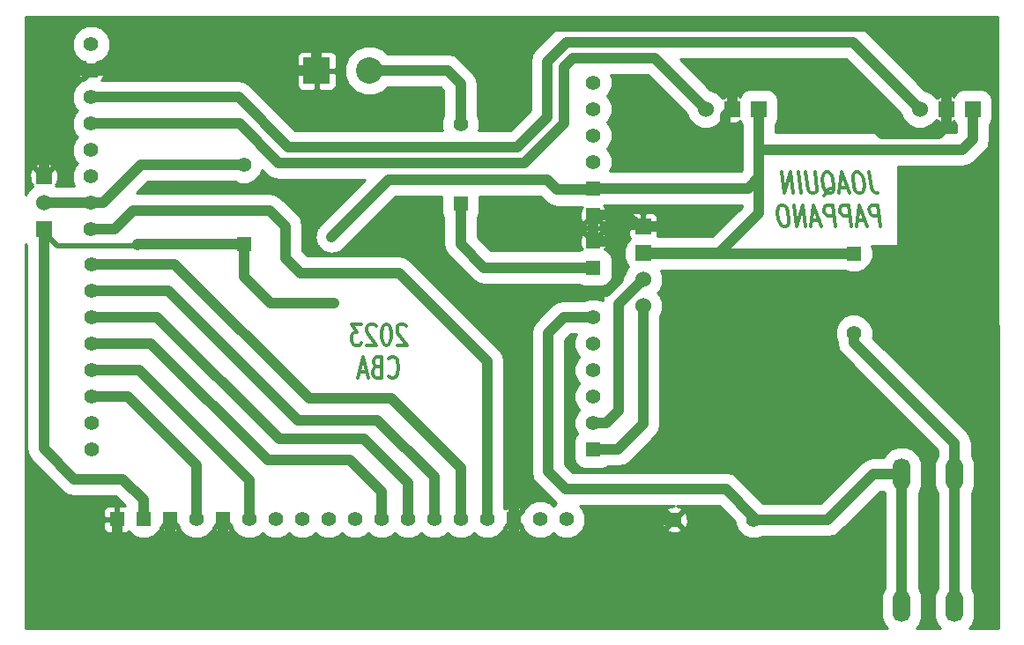
<source format=gbl>
G04 (created by PCBNEW-RS274X (2011-07-08 BZR 3044)-stable) date 01/03/2023 0:46:50*
G01*
G70*
G90*
%MOIN*%
G04 Gerber Fmt 3.4, Leading zero omitted, Abs format*
%FSLAX34Y34*%
G04 APERTURE LIST*
%ADD10C,0.006000*%
%ADD11C,0.012000*%
%ADD12R,0.055000X0.055000*%
%ADD13C,0.055000*%
%ADD14R,0.060000X0.060000*%
%ADD15C,0.060000*%
%ADD16R,0.100000X0.100000*%
%ADD17C,0.100000*%
%ADD18O,0.068000X0.120000*%
%ADD19C,0.035000*%
%ADD20C,0.019700*%
%ADD21C,0.039400*%
%ADD22C,0.010000*%
G04 APERTURE END LIST*
G54D10*
G54D11*
X84310Y-24076D02*
X84281Y-24038D01*
X84224Y-24000D01*
X84081Y-24000D01*
X84024Y-24038D01*
X83995Y-24076D01*
X83967Y-24152D01*
X83967Y-24228D01*
X83995Y-24343D01*
X84338Y-24800D01*
X83967Y-24800D01*
X83596Y-24000D02*
X83539Y-24000D01*
X83482Y-24038D01*
X83453Y-24076D01*
X83424Y-24152D01*
X83396Y-24305D01*
X83396Y-24495D01*
X83424Y-24647D01*
X83453Y-24724D01*
X83482Y-24762D01*
X83539Y-24800D01*
X83596Y-24800D01*
X83653Y-24762D01*
X83682Y-24724D01*
X83710Y-24647D01*
X83739Y-24495D01*
X83739Y-24305D01*
X83710Y-24152D01*
X83682Y-24076D01*
X83653Y-24038D01*
X83596Y-24000D01*
X83168Y-24076D02*
X83139Y-24038D01*
X83082Y-24000D01*
X82939Y-24000D01*
X82882Y-24038D01*
X82853Y-24076D01*
X82825Y-24152D01*
X82825Y-24228D01*
X82853Y-24343D01*
X83196Y-24800D01*
X82825Y-24800D01*
X82625Y-24000D02*
X82254Y-24000D01*
X82454Y-24305D01*
X82368Y-24305D01*
X82311Y-24343D01*
X82282Y-24381D01*
X82254Y-24457D01*
X82254Y-24647D01*
X82282Y-24724D01*
X82311Y-24762D01*
X82368Y-24800D01*
X82540Y-24800D01*
X82597Y-24762D01*
X82625Y-24724D01*
X83653Y-25964D02*
X83682Y-26002D01*
X83768Y-26040D01*
X83825Y-26040D01*
X83910Y-26002D01*
X83968Y-25926D01*
X83996Y-25849D01*
X84025Y-25697D01*
X84025Y-25583D01*
X83996Y-25430D01*
X83968Y-25354D01*
X83910Y-25278D01*
X83825Y-25240D01*
X83768Y-25240D01*
X83682Y-25278D01*
X83653Y-25316D01*
X83196Y-25621D02*
X83110Y-25659D01*
X83082Y-25697D01*
X83053Y-25773D01*
X83053Y-25887D01*
X83082Y-25964D01*
X83110Y-26002D01*
X83168Y-26040D01*
X83396Y-26040D01*
X83396Y-25240D01*
X83196Y-25240D01*
X83139Y-25278D01*
X83110Y-25316D01*
X83082Y-25392D01*
X83082Y-25468D01*
X83110Y-25545D01*
X83139Y-25583D01*
X83196Y-25621D01*
X83396Y-25621D01*
X82825Y-25811D02*
X82539Y-25811D01*
X82882Y-26040D02*
X82682Y-25240D01*
X82482Y-26040D01*
X101828Y-18260D02*
X101900Y-18831D01*
X101942Y-18946D01*
X102009Y-19022D01*
X102099Y-19060D01*
X102156Y-19060D01*
X101428Y-18260D02*
X101314Y-18260D01*
X101261Y-18298D01*
X101214Y-18374D01*
X101205Y-18526D01*
X101238Y-18793D01*
X101285Y-18946D01*
X101352Y-19022D01*
X101414Y-19060D01*
X101528Y-19060D01*
X101581Y-19022D01*
X101628Y-18946D01*
X101638Y-18793D01*
X101605Y-18526D01*
X101557Y-18374D01*
X101490Y-18298D01*
X101428Y-18260D01*
X101014Y-18831D02*
X100728Y-18831D01*
X101099Y-19060D02*
X100799Y-18260D01*
X100699Y-19060D01*
X100109Y-19136D02*
X100161Y-19098D01*
X100209Y-19022D01*
X100280Y-18907D01*
X100333Y-18869D01*
X100390Y-18869D01*
X100385Y-19060D02*
X100438Y-19022D01*
X100485Y-18946D01*
X100495Y-18793D01*
X100462Y-18526D01*
X100414Y-18374D01*
X100347Y-18298D01*
X100285Y-18260D01*
X100171Y-18260D01*
X100118Y-18298D01*
X100071Y-18374D01*
X100062Y-18526D01*
X100095Y-18793D01*
X100142Y-18946D01*
X100209Y-19022D01*
X100271Y-19060D01*
X100385Y-19060D01*
X99770Y-18260D02*
X99851Y-18907D01*
X99833Y-18984D01*
X99809Y-19022D01*
X99756Y-19060D01*
X99642Y-19060D01*
X99580Y-19022D01*
X99547Y-18984D01*
X99508Y-18907D01*
X99427Y-18260D01*
X99241Y-19060D02*
X99141Y-18260D01*
X98955Y-19060D02*
X98855Y-18260D01*
X98612Y-19060D01*
X98512Y-18260D01*
X102255Y-20300D02*
X102155Y-19500D01*
X101927Y-19500D01*
X101874Y-19538D01*
X101851Y-19576D01*
X101831Y-19652D01*
X101846Y-19766D01*
X101884Y-19843D01*
X101917Y-19881D01*
X101980Y-19919D01*
X102208Y-19919D01*
X101656Y-20071D02*
X101370Y-20071D01*
X101741Y-20300D02*
X101441Y-19500D01*
X101341Y-20300D01*
X101141Y-20300D02*
X101041Y-19500D01*
X100813Y-19500D01*
X100760Y-19538D01*
X100737Y-19576D01*
X100717Y-19652D01*
X100732Y-19766D01*
X100770Y-19843D01*
X100803Y-19881D01*
X100866Y-19919D01*
X101094Y-19919D01*
X100541Y-20300D02*
X100441Y-19500D01*
X100213Y-19500D01*
X100160Y-19538D01*
X100137Y-19576D01*
X100117Y-19652D01*
X100132Y-19766D01*
X100170Y-19843D01*
X100203Y-19881D01*
X100266Y-19919D01*
X100494Y-19919D01*
X99942Y-20071D02*
X99656Y-20071D01*
X100027Y-20300D02*
X99727Y-19500D01*
X99627Y-20300D01*
X99427Y-20300D02*
X99327Y-19500D01*
X99084Y-20300D01*
X98984Y-19500D01*
X98584Y-19500D02*
X98470Y-19500D01*
X98417Y-19538D01*
X98370Y-19614D01*
X98361Y-19766D01*
X98394Y-20033D01*
X98441Y-20186D01*
X98508Y-20262D01*
X98570Y-20300D01*
X98684Y-20300D01*
X98737Y-20262D01*
X98784Y-20186D01*
X98794Y-20033D01*
X98761Y-19766D01*
X98713Y-19614D01*
X98646Y-19538D01*
X98584Y-19500D01*
G54D12*
X101254Y-21336D03*
G54D13*
X101254Y-24336D03*
X72402Y-28744D03*
X72402Y-27744D03*
X72402Y-26744D03*
X72402Y-25744D03*
X72402Y-24744D03*
X72402Y-23744D03*
X72402Y-22744D03*
X72402Y-21744D03*
G54D12*
X91380Y-28746D03*
G54D13*
X91380Y-27746D03*
X91380Y-26746D03*
X91380Y-25746D03*
X91380Y-24746D03*
X91380Y-23746D03*
G54D12*
X73376Y-31388D03*
X74376Y-31388D03*
G54D10*
G36*
X75101Y-31663D02*
X75101Y-31113D01*
X75651Y-31113D01*
X75651Y-31663D01*
X75101Y-31663D01*
X75101Y-31663D01*
G37*
G54D13*
X76376Y-31388D03*
G54D12*
X77376Y-31388D03*
G54D13*
X78376Y-31388D03*
X79376Y-31388D03*
X80376Y-31388D03*
X81376Y-31388D03*
X82376Y-31388D03*
X83376Y-31388D03*
X84376Y-31388D03*
X85376Y-31388D03*
X86376Y-31388D03*
X87376Y-31388D03*
G54D10*
G36*
X88101Y-31663D02*
X88101Y-31113D01*
X88651Y-31113D01*
X88651Y-31663D01*
X88101Y-31663D01*
X88101Y-31663D01*
G37*
G54D13*
X89376Y-31388D03*
X90376Y-31388D03*
X97452Y-31406D03*
G54D10*
G36*
X94727Y-31131D02*
X94727Y-31681D01*
X94177Y-31681D01*
X94177Y-31131D01*
X94727Y-31131D01*
X94727Y-31131D01*
G37*
G54D12*
X78168Y-20982D03*
G54D13*
X78168Y-17982D03*
G54D14*
X70604Y-20416D03*
G54D15*
X70604Y-19416D03*
G54D14*
X70604Y-18416D03*
G54D16*
X80922Y-14416D03*
G54D17*
X82922Y-14416D03*
G54D14*
X105744Y-15862D03*
X104744Y-15862D03*
G54D15*
X103744Y-15862D03*
G54D14*
X97648Y-15862D03*
X96648Y-15862D03*
G54D15*
X95648Y-15862D03*
G54D12*
X91386Y-21864D03*
G54D10*
G36*
X91661Y-21139D02*
X91111Y-21139D01*
X91111Y-20589D01*
X91661Y-20589D01*
X91661Y-21139D01*
X91661Y-21139D01*
G37*
G54D12*
X91386Y-19864D03*
X91386Y-18864D03*
G54D13*
X91386Y-17864D03*
X91386Y-16864D03*
X91386Y-15864D03*
X91386Y-14864D03*
X72392Y-20422D03*
X72392Y-19422D03*
X72392Y-18422D03*
X72392Y-17422D03*
X72392Y-16422D03*
X72392Y-15422D03*
G54D12*
X72392Y-14422D03*
G54D13*
X72392Y-13422D03*
G54D14*
X93278Y-20318D03*
X93278Y-21318D03*
G54D15*
X93278Y-22318D03*
X93278Y-23318D03*
G54D12*
X86368Y-19452D03*
G54D13*
X86368Y-16452D03*
G54D18*
X103062Y-29686D03*
X105062Y-29686D03*
X103062Y-34686D03*
X105062Y-34686D03*
G54D19*
X81498Y-20696D03*
X81568Y-23216D03*
X95462Y-17936D03*
X95478Y-19932D03*
G54D20*
X70604Y-20416D02*
X70604Y-20528D01*
X74084Y-21046D02*
X74148Y-20982D01*
X71122Y-21046D02*
X74084Y-21046D01*
X70604Y-20528D02*
X71122Y-21046D01*
G54D21*
X78168Y-20982D02*
X74148Y-20982D01*
X74148Y-20982D02*
X74134Y-20996D01*
X78168Y-20982D02*
X78168Y-22198D01*
X91324Y-18926D02*
X91386Y-18864D01*
X90032Y-18926D02*
X91324Y-18926D01*
X89640Y-18534D02*
X90032Y-18926D01*
X83660Y-18534D02*
X89640Y-18534D01*
X81498Y-20696D02*
X83660Y-18534D01*
X79186Y-23216D02*
X81568Y-23216D01*
X78168Y-22198D02*
X79186Y-23216D01*
X101254Y-21336D02*
X93296Y-21336D01*
X93296Y-21336D02*
X93278Y-21318D01*
X93278Y-21318D02*
X96160Y-21318D01*
X97652Y-19826D02*
X97652Y-18448D01*
X96160Y-21318D02*
X97652Y-19826D01*
X91386Y-18864D02*
X97236Y-18864D01*
X97236Y-18864D02*
X97652Y-18448D01*
X97652Y-18448D02*
X97652Y-17396D01*
X105744Y-15862D02*
X105744Y-17016D01*
X105744Y-17016D02*
X105364Y-17396D01*
X105364Y-17396D02*
X97652Y-17396D01*
X97652Y-17396D02*
X97648Y-17396D01*
X97648Y-15862D02*
X97648Y-17396D01*
X74376Y-31388D02*
X74376Y-30660D01*
X70604Y-28714D02*
X70604Y-20416D01*
X71766Y-29876D02*
X70604Y-28714D01*
X73592Y-29876D02*
X71766Y-29876D01*
X74376Y-30660D02*
X73592Y-29876D01*
X103062Y-34686D02*
X103062Y-29686D01*
X97452Y-31406D02*
X100264Y-31406D01*
X101984Y-29686D02*
X103062Y-29686D01*
X100264Y-31406D02*
X101984Y-29686D01*
X97452Y-31406D02*
X97452Y-31296D01*
X90282Y-23746D02*
X91380Y-23746D01*
X89688Y-24340D02*
X90282Y-23746D01*
X89688Y-29582D02*
X89688Y-24340D01*
X90356Y-30250D02*
X89688Y-29582D01*
X96406Y-30250D02*
X90356Y-30250D01*
X97452Y-31296D02*
X96406Y-30250D01*
X92358Y-27280D02*
X92358Y-23238D01*
X91892Y-27746D02*
X92358Y-27280D01*
X91380Y-27746D02*
X91892Y-27746D01*
X92358Y-23238D02*
X93278Y-22318D01*
X92322Y-28746D02*
X91380Y-28746D01*
X93278Y-27790D02*
X92322Y-28746D01*
X93278Y-23318D02*
X93278Y-27790D01*
X72392Y-16422D02*
X78004Y-16422D01*
X93718Y-13932D02*
X95648Y-15862D01*
X90632Y-13932D02*
X93718Y-13932D01*
X90272Y-14292D02*
X90632Y-13932D01*
X90272Y-16408D02*
X90272Y-14292D01*
X88784Y-17896D02*
X90272Y-16408D01*
X79478Y-17896D02*
X88784Y-17896D01*
X78004Y-16422D02*
X79478Y-17896D01*
X72392Y-15422D02*
X77972Y-15422D01*
X101221Y-13339D02*
X103744Y-15862D01*
X90369Y-13339D02*
X101221Y-13339D01*
X89642Y-14066D02*
X90369Y-13339D01*
X89642Y-16169D02*
X89642Y-14066D01*
X88508Y-17303D02*
X89642Y-16169D01*
X79853Y-17303D02*
X88508Y-17303D01*
X77972Y-15422D02*
X79853Y-17303D01*
X73776Y-26744D02*
X76376Y-29344D01*
X72402Y-26744D02*
X73776Y-26744D01*
X76376Y-29344D02*
X76376Y-31388D01*
X74200Y-25744D02*
X78376Y-29920D01*
X72402Y-25744D02*
X74200Y-25744D01*
X78376Y-29920D02*
X78376Y-31388D01*
X83376Y-30354D02*
X83376Y-31388D01*
X82172Y-29150D02*
X83376Y-30354D01*
X79070Y-29150D02*
X82172Y-29150D01*
X74664Y-24744D02*
X79070Y-29150D01*
X72402Y-24744D02*
X74664Y-24744D01*
X84376Y-30012D02*
X84376Y-31388D01*
X82722Y-28358D02*
X84376Y-30012D01*
X79510Y-28358D02*
X82722Y-28358D01*
X74896Y-23744D02*
X79510Y-28358D01*
X72402Y-23744D02*
X74896Y-23744D01*
X85376Y-29780D02*
X85376Y-31388D01*
X83228Y-27632D02*
X85376Y-29780D01*
X80214Y-27632D02*
X83228Y-27632D01*
X75326Y-22744D02*
X80214Y-27632D01*
X72402Y-22744D02*
X75326Y-22744D01*
X72402Y-21744D02*
X75562Y-21744D01*
X86376Y-29438D02*
X86376Y-31388D01*
X83756Y-26818D02*
X86376Y-29438D01*
X80636Y-26818D02*
X83756Y-26818D01*
X75562Y-21744D02*
X80636Y-26818D01*
X72392Y-20422D02*
X73268Y-20422D01*
X87376Y-25400D02*
X87376Y-31388D01*
X84042Y-22066D02*
X87376Y-25400D01*
X80302Y-22066D02*
X84042Y-22066D01*
X79758Y-21522D02*
X80302Y-22066D01*
X79758Y-20308D02*
X79758Y-21522D01*
X79146Y-19696D02*
X79758Y-20308D01*
X73994Y-19696D02*
X79146Y-19696D01*
X73268Y-20422D02*
X73994Y-19696D01*
X72386Y-19416D02*
X72392Y-19422D01*
X70604Y-19416D02*
X72386Y-19416D01*
X72392Y-19422D02*
X72842Y-19422D01*
X74282Y-17982D02*
X78168Y-17982D01*
X72842Y-19422D02*
X74282Y-17982D01*
X86368Y-20968D02*
X87264Y-21864D01*
X86368Y-19452D02*
X86368Y-20968D01*
X87264Y-21864D02*
X91386Y-21864D01*
X80922Y-14416D02*
X80922Y-13502D01*
X104744Y-14828D02*
X104744Y-15862D01*
X102662Y-12746D02*
X104744Y-14828D01*
X81678Y-12746D02*
X102662Y-12746D01*
X80922Y-13502D02*
X81678Y-12746D01*
X94452Y-31406D02*
X93886Y-31406D01*
X93000Y-32292D02*
X88026Y-32292D01*
X93886Y-31406D02*
X93000Y-32292D01*
X93278Y-20318D02*
X95092Y-20318D01*
X96392Y-16118D02*
X96648Y-15862D01*
X96392Y-17006D02*
X96392Y-16118D01*
X95462Y-17936D02*
X96392Y-17006D01*
X95092Y-20318D02*
X95478Y-19932D01*
X96648Y-15862D02*
X96648Y-14980D01*
X104744Y-16500D02*
X104744Y-15862D01*
X104441Y-16803D02*
X104744Y-16500D01*
X102323Y-16803D02*
X104441Y-16803D01*
X101882Y-16362D02*
X102323Y-16803D01*
X101882Y-16016D02*
X101882Y-16362D01*
X100458Y-14592D02*
X101882Y-16016D01*
X97036Y-14592D02*
X100458Y-14592D01*
X96648Y-14980D02*
X97036Y-14592D01*
X88376Y-31388D02*
X88376Y-24136D01*
X91982Y-20864D02*
X91386Y-20864D01*
X92344Y-21226D02*
X91982Y-20864D01*
X92344Y-22324D02*
X92344Y-21226D01*
X91892Y-22776D02*
X92344Y-22324D01*
X89736Y-22776D02*
X91892Y-22776D01*
X88376Y-24136D02*
X89736Y-22776D01*
X77376Y-31388D02*
X77376Y-32080D01*
X77376Y-32080D02*
X77588Y-32292D01*
X75376Y-31388D02*
X75376Y-32006D01*
X75376Y-32006D02*
X75662Y-32292D01*
X73376Y-31388D02*
X73376Y-32134D01*
X88376Y-31942D02*
X88376Y-31388D01*
X88026Y-32292D02*
X88376Y-31942D01*
X73534Y-32292D02*
X75662Y-32292D01*
X75662Y-32292D02*
X77588Y-32292D01*
X77588Y-32292D02*
X88026Y-32292D01*
X73376Y-32134D02*
X73534Y-32292D01*
X91386Y-19864D02*
X91386Y-20864D01*
X93278Y-20318D02*
X93116Y-20318D01*
X92662Y-19864D02*
X91386Y-19864D01*
X93116Y-20318D02*
X92662Y-19864D01*
X72392Y-14422D02*
X71362Y-14422D01*
X70604Y-15180D02*
X70604Y-18416D01*
X71362Y-14422D02*
X70604Y-15180D01*
X80922Y-14416D02*
X72398Y-14416D01*
X72398Y-14416D02*
X72392Y-14422D01*
X85868Y-14416D02*
X86368Y-14916D01*
X82922Y-14416D02*
X85868Y-14416D01*
X86368Y-14916D02*
X86368Y-16452D01*
X105062Y-28510D02*
X105062Y-29686D01*
X101254Y-24702D02*
X105062Y-28510D01*
X105062Y-34686D02*
X105062Y-29686D01*
X101254Y-24336D02*
X101254Y-24702D01*
G54D10*
G36*
X96719Y-15862D02*
X96648Y-15933D01*
X96577Y-15862D01*
X96648Y-15791D01*
X96719Y-15862D01*
X96719Y-15862D01*
G37*
G54D22*
X96719Y-15862D02*
X96648Y-15933D01*
X96577Y-15862D01*
X96648Y-15791D01*
X96719Y-15862D01*
G54D10*
G36*
X97011Y-18183D02*
X96971Y-18223D01*
X92015Y-18223D01*
X92105Y-18008D01*
X92105Y-17722D01*
X91996Y-17458D01*
X91902Y-17364D01*
X91995Y-17272D01*
X92105Y-17008D01*
X92105Y-16722D01*
X91996Y-16458D01*
X91902Y-16364D01*
X91995Y-16272D01*
X92105Y-16008D01*
X92105Y-15722D01*
X91996Y-15458D01*
X91902Y-15364D01*
X91995Y-15272D01*
X92105Y-15008D01*
X92105Y-14722D01*
X92043Y-14573D01*
X93452Y-14573D01*
X94915Y-16035D01*
X95017Y-16283D01*
X95226Y-16492D01*
X95499Y-16606D01*
X95795Y-16606D01*
X96069Y-16493D01*
X96278Y-16284D01*
X96278Y-16283D01*
X96323Y-16328D01*
X96355Y-16295D01*
X96367Y-16334D01*
X96569Y-16405D01*
X96782Y-16394D01*
X96929Y-16334D01*
X96933Y-16318D01*
X96972Y-16413D01*
X97007Y-16447D01*
X97007Y-17396D01*
X97011Y-17416D01*
X97011Y-18183D01*
X97011Y-18183D01*
G37*
G54D22*
X97011Y-18183D02*
X96971Y-18223D01*
X92015Y-18223D01*
X92105Y-18008D01*
X92105Y-17722D01*
X91996Y-17458D01*
X91902Y-17364D01*
X91995Y-17272D01*
X92105Y-17008D01*
X92105Y-16722D01*
X91996Y-16458D01*
X91902Y-16364D01*
X91995Y-16272D01*
X92105Y-16008D01*
X92105Y-15722D01*
X91996Y-15458D01*
X91902Y-15364D01*
X91995Y-15272D01*
X92105Y-15008D01*
X92105Y-14722D01*
X92043Y-14573D01*
X93452Y-14573D01*
X94915Y-16035D01*
X95017Y-16283D01*
X95226Y-16492D01*
X95499Y-16606D01*
X95795Y-16606D01*
X96069Y-16493D01*
X96278Y-16284D01*
X96278Y-16283D01*
X96323Y-16328D01*
X96355Y-16295D01*
X96367Y-16334D01*
X96569Y-16405D01*
X96782Y-16394D01*
X96929Y-16334D01*
X96933Y-16318D01*
X96972Y-16413D01*
X97007Y-16447D01*
X97007Y-17396D01*
X97011Y-17416D01*
X97011Y-18183D01*
G54D10*
G36*
X102519Y-35510D02*
X94971Y-35506D01*
X94971Y-31480D01*
X94960Y-31276D01*
X94904Y-31139D01*
X94813Y-31116D01*
X94523Y-31406D01*
X94813Y-31696D01*
X94904Y-31673D01*
X94971Y-31480D01*
X94971Y-35506D01*
X94742Y-35506D01*
X94742Y-31767D01*
X94452Y-31477D01*
X94381Y-31548D01*
X94381Y-31406D01*
X94091Y-31116D01*
X94000Y-31139D01*
X93933Y-31332D01*
X93944Y-31536D01*
X94000Y-31673D01*
X94091Y-31696D01*
X94381Y-31406D01*
X94381Y-31548D01*
X94162Y-31767D01*
X94185Y-31858D01*
X94378Y-31925D01*
X94582Y-31914D01*
X94719Y-31858D01*
X94742Y-31767D01*
X94742Y-35506D01*
X88666Y-35504D01*
X88666Y-31749D01*
X88376Y-31459D01*
X88086Y-31749D01*
X88109Y-31840D01*
X88302Y-31907D01*
X88506Y-31896D01*
X88643Y-31840D01*
X88666Y-31749D01*
X88666Y-35504D01*
X77666Y-35499D01*
X77666Y-31749D01*
X77376Y-31459D01*
X77086Y-31749D01*
X77109Y-31840D01*
X77302Y-31907D01*
X77506Y-31896D01*
X77643Y-31840D01*
X77666Y-31749D01*
X77666Y-35499D01*
X75666Y-35498D01*
X75666Y-31749D01*
X75376Y-31459D01*
X75086Y-31749D01*
X75109Y-31840D01*
X75302Y-31907D01*
X75506Y-31896D01*
X75643Y-31840D01*
X75666Y-31749D01*
X75666Y-35498D01*
X73326Y-35497D01*
X73326Y-31851D01*
X73326Y-31438D01*
X73326Y-31338D01*
X73326Y-30925D01*
X73264Y-30863D01*
X73052Y-30864D01*
X72960Y-30902D01*
X72890Y-30972D01*
X72852Y-31063D01*
X72852Y-31162D01*
X72851Y-31276D01*
X72913Y-31338D01*
X73326Y-31338D01*
X73326Y-31438D01*
X72913Y-31438D01*
X72851Y-31500D01*
X72852Y-31614D01*
X72852Y-31713D01*
X72890Y-31804D01*
X72960Y-31874D01*
X73052Y-31912D01*
X73264Y-31913D01*
X73326Y-31851D01*
X73326Y-35497D01*
X69922Y-35496D01*
X69928Y-20967D01*
X69963Y-21001D01*
X69963Y-28714D01*
X70012Y-28959D01*
X70151Y-29167D01*
X71313Y-30329D01*
X71520Y-30468D01*
X71521Y-30468D01*
X71561Y-30476D01*
X71766Y-30517D01*
X73326Y-30517D01*
X73673Y-30863D01*
X73488Y-30863D01*
X73426Y-30925D01*
X73426Y-31288D01*
X73426Y-31338D01*
X73426Y-31438D01*
X73426Y-31488D01*
X73426Y-31851D01*
X73488Y-31913D01*
X73700Y-31912D01*
X73792Y-31874D01*
X73818Y-31847D01*
X73968Y-31997D01*
X74232Y-32107D01*
X74518Y-32107D01*
X74782Y-31998D01*
X74985Y-31796D01*
X75047Y-31645D01*
X75269Y-31422D01*
X75270Y-31423D01*
X75305Y-31388D01*
X75376Y-31317D01*
X75447Y-31388D01*
X75482Y-31423D01*
X75704Y-31645D01*
X75766Y-31794D01*
X75968Y-31997D01*
X76232Y-32107D01*
X76518Y-32107D01*
X76782Y-31998D01*
X76985Y-31796D01*
X77047Y-31645D01*
X77269Y-31422D01*
X77270Y-31423D01*
X77305Y-31388D01*
X77376Y-31317D01*
X77447Y-31388D01*
X77482Y-31423D01*
X77704Y-31645D01*
X77766Y-31794D01*
X77968Y-31997D01*
X78232Y-32107D01*
X78518Y-32107D01*
X78782Y-31998D01*
X78875Y-31904D01*
X78968Y-31997D01*
X79232Y-32107D01*
X79518Y-32107D01*
X79782Y-31998D01*
X79875Y-31904D01*
X79968Y-31997D01*
X80232Y-32107D01*
X80518Y-32107D01*
X80782Y-31998D01*
X80875Y-31904D01*
X80968Y-31997D01*
X81232Y-32107D01*
X81518Y-32107D01*
X81782Y-31998D01*
X81875Y-31904D01*
X81968Y-31997D01*
X82232Y-32107D01*
X82518Y-32107D01*
X82782Y-31998D01*
X82875Y-31904D01*
X82968Y-31997D01*
X83232Y-32107D01*
X83518Y-32107D01*
X83782Y-31998D01*
X83875Y-31904D01*
X83968Y-31997D01*
X84232Y-32107D01*
X84518Y-32107D01*
X84782Y-31998D01*
X84875Y-31904D01*
X84968Y-31997D01*
X85232Y-32107D01*
X85518Y-32107D01*
X85782Y-31998D01*
X85875Y-31904D01*
X85968Y-31997D01*
X86232Y-32107D01*
X86518Y-32107D01*
X86782Y-31998D01*
X86875Y-31904D01*
X86968Y-31997D01*
X87232Y-32107D01*
X87518Y-32107D01*
X87782Y-31998D01*
X87985Y-31796D01*
X88047Y-31645D01*
X88269Y-31422D01*
X88270Y-31423D01*
X88305Y-31388D01*
X88376Y-31317D01*
X88411Y-31282D01*
X88666Y-31027D01*
X88643Y-30936D01*
X88450Y-30869D01*
X88246Y-30880D01*
X88109Y-30936D01*
X88100Y-30971D01*
X88069Y-30940D01*
X88017Y-30992D01*
X88017Y-25400D01*
X88016Y-25399D01*
X87968Y-25155D01*
X87967Y-25154D01*
X87921Y-25085D01*
X87829Y-24947D01*
X87829Y-24946D01*
X84495Y-21613D01*
X84287Y-21474D01*
X84042Y-21425D01*
X80567Y-21425D01*
X80399Y-21257D01*
X80399Y-20308D01*
X80350Y-20063D01*
X80349Y-20062D01*
X80303Y-19993D01*
X80211Y-19855D01*
X80211Y-19854D01*
X79599Y-19243D01*
X79391Y-19104D01*
X79146Y-19055D01*
X74115Y-19055D01*
X74547Y-18623D01*
X77836Y-18623D01*
X78024Y-18701D01*
X78310Y-18701D01*
X78574Y-18592D01*
X78777Y-18390D01*
X78861Y-18186D01*
X79024Y-18349D01*
X79025Y-18349D01*
X79163Y-18441D01*
X79232Y-18487D01*
X79233Y-18488D01*
X79478Y-18537D01*
X82750Y-18537D01*
X81045Y-20243D01*
X80984Y-20333D01*
X80973Y-20345D01*
X80966Y-20359D01*
X80906Y-20451D01*
X80884Y-20560D01*
X80879Y-20573D01*
X80879Y-20586D01*
X80857Y-20696D01*
X80879Y-20806D01*
X80879Y-20819D01*
X80884Y-20831D01*
X80906Y-20941D01*
X80966Y-21032D01*
X80973Y-21047D01*
X80984Y-21058D01*
X81045Y-21149D01*
X81135Y-21209D01*
X81147Y-21221D01*
X81161Y-21227D01*
X81253Y-21288D01*
X81362Y-21309D01*
X81375Y-21315D01*
X81388Y-21315D01*
X81498Y-21337D01*
X81608Y-21315D01*
X81621Y-21315D01*
X81633Y-21309D01*
X81743Y-21288D01*
X81834Y-21227D01*
X81849Y-21221D01*
X81860Y-21209D01*
X81951Y-21149D01*
X83925Y-19175D01*
X85650Y-19175D01*
X85650Y-19265D01*
X85650Y-19815D01*
X85717Y-19978D01*
X85727Y-19987D01*
X85727Y-20968D01*
X85776Y-21213D01*
X85915Y-21421D01*
X86811Y-22317D01*
X87019Y-22456D01*
X87264Y-22505D01*
X90850Y-22505D01*
X90860Y-22514D01*
X91023Y-22582D01*
X91199Y-22582D01*
X91749Y-22582D01*
X91912Y-22515D01*
X92036Y-22390D01*
X92104Y-22227D01*
X92104Y-22051D01*
X92104Y-21501D01*
X92037Y-21338D01*
X91912Y-21214D01*
X91826Y-21178D01*
X91834Y-21171D01*
X91802Y-21139D01*
X91838Y-21131D01*
X91905Y-20938D01*
X91894Y-20734D01*
X91838Y-20597D01*
X91747Y-20574D01*
X91676Y-20645D01*
X91676Y-20503D01*
X91653Y-20412D01*
X91526Y-20367D01*
X91653Y-20316D01*
X91676Y-20225D01*
X91386Y-19935D01*
X91315Y-20006D01*
X91096Y-20225D01*
X91119Y-20316D01*
X91245Y-20360D01*
X91119Y-20412D01*
X91096Y-20503D01*
X91386Y-20793D01*
X91676Y-20503D01*
X91676Y-20645D01*
X91492Y-20829D01*
X91457Y-20864D01*
X91386Y-20935D01*
X91315Y-20864D01*
X91280Y-20829D01*
X91025Y-20574D01*
X90934Y-20597D01*
X90867Y-20790D01*
X90878Y-20994D01*
X90934Y-21131D01*
X90969Y-21139D01*
X90938Y-21171D01*
X90944Y-21177D01*
X90860Y-21213D01*
X90850Y-21223D01*
X87529Y-21223D01*
X87009Y-20703D01*
X87009Y-19987D01*
X87018Y-19978D01*
X87086Y-19815D01*
X87086Y-19639D01*
X87086Y-19175D01*
X89374Y-19175D01*
X89578Y-19379D01*
X89579Y-19379D01*
X89786Y-19518D01*
X89787Y-19518D01*
X89827Y-19526D01*
X90032Y-19567D01*
X90948Y-19567D01*
X90969Y-19588D01*
X90934Y-19597D01*
X90867Y-19790D01*
X90878Y-19994D01*
X90934Y-20131D01*
X91025Y-20154D01*
X91280Y-19899D01*
X91315Y-19864D01*
X91386Y-19793D01*
X91457Y-19864D01*
X91492Y-19899D01*
X91747Y-20154D01*
X91838Y-20131D01*
X91905Y-19938D01*
X91894Y-19734D01*
X91838Y-19597D01*
X91802Y-19588D01*
X91834Y-19557D01*
X91782Y-19505D01*
X97011Y-19505D01*
X97011Y-19561D01*
X95895Y-20677D01*
X93822Y-20677D01*
X93827Y-20667D01*
X93828Y-20430D01*
X93828Y-20206D01*
X93827Y-19969D01*
X93789Y-19877D01*
X93719Y-19807D01*
X93628Y-19769D01*
X93529Y-19769D01*
X93390Y-19768D01*
X93328Y-19830D01*
X93328Y-20268D01*
X93766Y-20268D01*
X93828Y-20206D01*
X93828Y-20430D01*
X93766Y-20368D01*
X93378Y-20368D01*
X93328Y-20368D01*
X93228Y-20368D01*
X93228Y-20268D01*
X93228Y-19830D01*
X93166Y-19768D01*
X93027Y-19769D01*
X92928Y-19769D01*
X92837Y-19807D01*
X92767Y-19877D01*
X92729Y-19969D01*
X92728Y-20206D01*
X92790Y-20268D01*
X93228Y-20268D01*
X93228Y-20368D01*
X93178Y-20368D01*
X92790Y-20368D01*
X92728Y-20430D01*
X92729Y-20667D01*
X92767Y-20759D01*
X92776Y-20768D01*
X92648Y-20896D01*
X92534Y-21169D01*
X92534Y-21465D01*
X92647Y-21739D01*
X92726Y-21818D01*
X92648Y-21896D01*
X92543Y-22146D01*
X91905Y-22785D01*
X91766Y-22993D01*
X91741Y-23117D01*
X91524Y-23027D01*
X91238Y-23027D01*
X91049Y-23105D01*
X90282Y-23105D01*
X90037Y-23154D01*
X89829Y-23293D01*
X89235Y-23887D01*
X89096Y-24095D01*
X89047Y-24340D01*
X89047Y-29582D01*
X89096Y-29827D01*
X89235Y-30035D01*
X89902Y-30703D01*
X89903Y-30703D01*
X89997Y-30766D01*
X89970Y-30778D01*
X89876Y-30871D01*
X89784Y-30779D01*
X89520Y-30669D01*
X89234Y-30669D01*
X88970Y-30778D01*
X88767Y-30980D01*
X88704Y-31130D01*
X88666Y-31168D01*
X88447Y-31388D01*
X88704Y-31645D01*
X88766Y-31794D01*
X88968Y-31997D01*
X89232Y-32107D01*
X89518Y-32107D01*
X89782Y-31998D01*
X89875Y-31904D01*
X89968Y-31997D01*
X90232Y-32107D01*
X90518Y-32107D01*
X90782Y-31998D01*
X90985Y-31796D01*
X91095Y-31532D01*
X91095Y-31246D01*
X90986Y-30982D01*
X90895Y-30891D01*
X94451Y-30891D01*
X94322Y-30898D01*
X94185Y-30954D01*
X94162Y-31045D01*
X94452Y-31335D01*
X94742Y-31045D01*
X94719Y-30954D01*
X94537Y-30891D01*
X96141Y-30891D01*
X96733Y-31483D01*
X96733Y-31548D01*
X96842Y-31812D01*
X97044Y-32015D01*
X97308Y-32125D01*
X97594Y-32125D01*
X97782Y-32047D01*
X100264Y-32047D01*
X100509Y-31998D01*
X100717Y-31859D01*
X102249Y-30327D01*
X102379Y-30327D01*
X102410Y-30401D01*
X102421Y-30412D01*
X102421Y-33960D01*
X102411Y-33970D01*
X102293Y-34252D01*
X102293Y-34558D01*
X102293Y-35118D01*
X102410Y-35401D01*
X102519Y-35510D01*
X102519Y-35510D01*
G37*
G54D22*
X102519Y-35510D02*
X94971Y-35506D01*
X94971Y-31480D01*
X94960Y-31276D01*
X94904Y-31139D01*
X94813Y-31116D01*
X94523Y-31406D01*
X94813Y-31696D01*
X94904Y-31673D01*
X94971Y-31480D01*
X94971Y-35506D01*
X94742Y-35506D01*
X94742Y-31767D01*
X94452Y-31477D01*
X94381Y-31548D01*
X94381Y-31406D01*
X94091Y-31116D01*
X94000Y-31139D01*
X93933Y-31332D01*
X93944Y-31536D01*
X94000Y-31673D01*
X94091Y-31696D01*
X94381Y-31406D01*
X94381Y-31548D01*
X94162Y-31767D01*
X94185Y-31858D01*
X94378Y-31925D01*
X94582Y-31914D01*
X94719Y-31858D01*
X94742Y-31767D01*
X94742Y-35506D01*
X88666Y-35504D01*
X88666Y-31749D01*
X88376Y-31459D01*
X88086Y-31749D01*
X88109Y-31840D01*
X88302Y-31907D01*
X88506Y-31896D01*
X88643Y-31840D01*
X88666Y-31749D01*
X88666Y-35504D01*
X77666Y-35499D01*
X77666Y-31749D01*
X77376Y-31459D01*
X77086Y-31749D01*
X77109Y-31840D01*
X77302Y-31907D01*
X77506Y-31896D01*
X77643Y-31840D01*
X77666Y-31749D01*
X77666Y-35499D01*
X75666Y-35498D01*
X75666Y-31749D01*
X75376Y-31459D01*
X75086Y-31749D01*
X75109Y-31840D01*
X75302Y-31907D01*
X75506Y-31896D01*
X75643Y-31840D01*
X75666Y-31749D01*
X75666Y-35498D01*
X73326Y-35497D01*
X73326Y-31851D01*
X73326Y-31438D01*
X73326Y-31338D01*
X73326Y-30925D01*
X73264Y-30863D01*
X73052Y-30864D01*
X72960Y-30902D01*
X72890Y-30972D01*
X72852Y-31063D01*
X72852Y-31162D01*
X72851Y-31276D01*
X72913Y-31338D01*
X73326Y-31338D01*
X73326Y-31438D01*
X72913Y-31438D01*
X72851Y-31500D01*
X72852Y-31614D01*
X72852Y-31713D01*
X72890Y-31804D01*
X72960Y-31874D01*
X73052Y-31912D01*
X73264Y-31913D01*
X73326Y-31851D01*
X73326Y-35497D01*
X69922Y-35496D01*
X69928Y-20967D01*
X69963Y-21001D01*
X69963Y-28714D01*
X70012Y-28959D01*
X70151Y-29167D01*
X71313Y-30329D01*
X71520Y-30468D01*
X71521Y-30468D01*
X71561Y-30476D01*
X71766Y-30517D01*
X73326Y-30517D01*
X73673Y-30863D01*
X73488Y-30863D01*
X73426Y-30925D01*
X73426Y-31288D01*
X73426Y-31338D01*
X73426Y-31438D01*
X73426Y-31488D01*
X73426Y-31851D01*
X73488Y-31913D01*
X73700Y-31912D01*
X73792Y-31874D01*
X73818Y-31847D01*
X73968Y-31997D01*
X74232Y-32107D01*
X74518Y-32107D01*
X74782Y-31998D01*
X74985Y-31796D01*
X75047Y-31645D01*
X75269Y-31422D01*
X75270Y-31423D01*
X75305Y-31388D01*
X75376Y-31317D01*
X75447Y-31388D01*
X75482Y-31423D01*
X75704Y-31645D01*
X75766Y-31794D01*
X75968Y-31997D01*
X76232Y-32107D01*
X76518Y-32107D01*
X76782Y-31998D01*
X76985Y-31796D01*
X77047Y-31645D01*
X77269Y-31422D01*
X77270Y-31423D01*
X77305Y-31388D01*
X77376Y-31317D01*
X77447Y-31388D01*
X77482Y-31423D01*
X77704Y-31645D01*
X77766Y-31794D01*
X77968Y-31997D01*
X78232Y-32107D01*
X78518Y-32107D01*
X78782Y-31998D01*
X78875Y-31904D01*
X78968Y-31997D01*
X79232Y-32107D01*
X79518Y-32107D01*
X79782Y-31998D01*
X79875Y-31904D01*
X79968Y-31997D01*
X80232Y-32107D01*
X80518Y-32107D01*
X80782Y-31998D01*
X80875Y-31904D01*
X80968Y-31997D01*
X81232Y-32107D01*
X81518Y-32107D01*
X81782Y-31998D01*
X81875Y-31904D01*
X81968Y-31997D01*
X82232Y-32107D01*
X82518Y-32107D01*
X82782Y-31998D01*
X82875Y-31904D01*
X82968Y-31997D01*
X83232Y-32107D01*
X83518Y-32107D01*
X83782Y-31998D01*
X83875Y-31904D01*
X83968Y-31997D01*
X84232Y-32107D01*
X84518Y-32107D01*
X84782Y-31998D01*
X84875Y-31904D01*
X84968Y-31997D01*
X85232Y-32107D01*
X85518Y-32107D01*
X85782Y-31998D01*
X85875Y-31904D01*
X85968Y-31997D01*
X86232Y-32107D01*
X86518Y-32107D01*
X86782Y-31998D01*
X86875Y-31904D01*
X86968Y-31997D01*
X87232Y-32107D01*
X87518Y-32107D01*
X87782Y-31998D01*
X87985Y-31796D01*
X88047Y-31645D01*
X88269Y-31422D01*
X88270Y-31423D01*
X88305Y-31388D01*
X88376Y-31317D01*
X88411Y-31282D01*
X88666Y-31027D01*
X88643Y-30936D01*
X88450Y-30869D01*
X88246Y-30880D01*
X88109Y-30936D01*
X88100Y-30971D01*
X88069Y-30940D01*
X88017Y-30992D01*
X88017Y-25400D01*
X88016Y-25399D01*
X87968Y-25155D01*
X87967Y-25154D01*
X87921Y-25085D01*
X87829Y-24947D01*
X87829Y-24946D01*
X84495Y-21613D01*
X84287Y-21474D01*
X84042Y-21425D01*
X80567Y-21425D01*
X80399Y-21257D01*
X80399Y-20308D01*
X80350Y-20063D01*
X80349Y-20062D01*
X80303Y-19993D01*
X80211Y-19855D01*
X80211Y-19854D01*
X79599Y-19243D01*
X79391Y-19104D01*
X79146Y-19055D01*
X74115Y-19055D01*
X74547Y-18623D01*
X77836Y-18623D01*
X78024Y-18701D01*
X78310Y-18701D01*
X78574Y-18592D01*
X78777Y-18390D01*
X78861Y-18186D01*
X79024Y-18349D01*
X79025Y-18349D01*
X79163Y-18441D01*
X79232Y-18487D01*
X79233Y-18488D01*
X79478Y-18537D01*
X82750Y-18537D01*
X81045Y-20243D01*
X80984Y-20333D01*
X80973Y-20345D01*
X80966Y-20359D01*
X80906Y-20451D01*
X80884Y-20560D01*
X80879Y-20573D01*
X80879Y-20586D01*
X80857Y-20696D01*
X80879Y-20806D01*
X80879Y-20819D01*
X80884Y-20831D01*
X80906Y-20941D01*
X80966Y-21032D01*
X80973Y-21047D01*
X80984Y-21058D01*
X81045Y-21149D01*
X81135Y-21209D01*
X81147Y-21221D01*
X81161Y-21227D01*
X81253Y-21288D01*
X81362Y-21309D01*
X81375Y-21315D01*
X81388Y-21315D01*
X81498Y-21337D01*
X81608Y-21315D01*
X81621Y-21315D01*
X81633Y-21309D01*
X81743Y-21288D01*
X81834Y-21227D01*
X81849Y-21221D01*
X81860Y-21209D01*
X81951Y-21149D01*
X83925Y-19175D01*
X85650Y-19175D01*
X85650Y-19265D01*
X85650Y-19815D01*
X85717Y-19978D01*
X85727Y-19987D01*
X85727Y-20968D01*
X85776Y-21213D01*
X85915Y-21421D01*
X86811Y-22317D01*
X87019Y-22456D01*
X87264Y-22505D01*
X90850Y-22505D01*
X90860Y-22514D01*
X91023Y-22582D01*
X91199Y-22582D01*
X91749Y-22582D01*
X91912Y-22515D01*
X92036Y-22390D01*
X92104Y-22227D01*
X92104Y-22051D01*
X92104Y-21501D01*
X92037Y-21338D01*
X91912Y-21214D01*
X91826Y-21178D01*
X91834Y-21171D01*
X91802Y-21139D01*
X91838Y-21131D01*
X91905Y-20938D01*
X91894Y-20734D01*
X91838Y-20597D01*
X91747Y-20574D01*
X91676Y-20645D01*
X91676Y-20503D01*
X91653Y-20412D01*
X91526Y-20367D01*
X91653Y-20316D01*
X91676Y-20225D01*
X91386Y-19935D01*
X91315Y-20006D01*
X91096Y-20225D01*
X91119Y-20316D01*
X91245Y-20360D01*
X91119Y-20412D01*
X91096Y-20503D01*
X91386Y-20793D01*
X91676Y-20503D01*
X91676Y-20645D01*
X91492Y-20829D01*
X91457Y-20864D01*
X91386Y-20935D01*
X91315Y-20864D01*
X91280Y-20829D01*
X91025Y-20574D01*
X90934Y-20597D01*
X90867Y-20790D01*
X90878Y-20994D01*
X90934Y-21131D01*
X90969Y-21139D01*
X90938Y-21171D01*
X90944Y-21177D01*
X90860Y-21213D01*
X90850Y-21223D01*
X87529Y-21223D01*
X87009Y-20703D01*
X87009Y-19987D01*
X87018Y-19978D01*
X87086Y-19815D01*
X87086Y-19639D01*
X87086Y-19175D01*
X89374Y-19175D01*
X89578Y-19379D01*
X89579Y-19379D01*
X89786Y-19518D01*
X89787Y-19518D01*
X89827Y-19526D01*
X90032Y-19567D01*
X90948Y-19567D01*
X90969Y-19588D01*
X90934Y-19597D01*
X90867Y-19790D01*
X90878Y-19994D01*
X90934Y-20131D01*
X91025Y-20154D01*
X91280Y-19899D01*
X91315Y-19864D01*
X91386Y-19793D01*
X91457Y-19864D01*
X91492Y-19899D01*
X91747Y-20154D01*
X91838Y-20131D01*
X91905Y-19938D01*
X91894Y-19734D01*
X91838Y-19597D01*
X91802Y-19588D01*
X91834Y-19557D01*
X91782Y-19505D01*
X97011Y-19505D01*
X97011Y-19561D01*
X95895Y-20677D01*
X93822Y-20677D01*
X93827Y-20667D01*
X93828Y-20430D01*
X93828Y-20206D01*
X93827Y-19969D01*
X93789Y-19877D01*
X93719Y-19807D01*
X93628Y-19769D01*
X93529Y-19769D01*
X93390Y-19768D01*
X93328Y-19830D01*
X93328Y-20268D01*
X93766Y-20268D01*
X93828Y-20206D01*
X93828Y-20430D01*
X93766Y-20368D01*
X93378Y-20368D01*
X93328Y-20368D01*
X93228Y-20368D01*
X93228Y-20268D01*
X93228Y-19830D01*
X93166Y-19768D01*
X93027Y-19769D01*
X92928Y-19769D01*
X92837Y-19807D01*
X92767Y-19877D01*
X92729Y-19969D01*
X92728Y-20206D01*
X92790Y-20268D01*
X93228Y-20268D01*
X93228Y-20368D01*
X93178Y-20368D01*
X92790Y-20368D01*
X92728Y-20430D01*
X92729Y-20667D01*
X92767Y-20759D01*
X92776Y-20768D01*
X92648Y-20896D01*
X92534Y-21169D01*
X92534Y-21465D01*
X92647Y-21739D01*
X92726Y-21818D01*
X92648Y-21896D01*
X92543Y-22146D01*
X91905Y-22785D01*
X91766Y-22993D01*
X91741Y-23117D01*
X91524Y-23027D01*
X91238Y-23027D01*
X91049Y-23105D01*
X90282Y-23105D01*
X90037Y-23154D01*
X89829Y-23293D01*
X89235Y-23887D01*
X89096Y-24095D01*
X89047Y-24340D01*
X89047Y-29582D01*
X89096Y-29827D01*
X89235Y-30035D01*
X89902Y-30703D01*
X89903Y-30703D01*
X89997Y-30766D01*
X89970Y-30778D01*
X89876Y-30871D01*
X89784Y-30779D01*
X89520Y-30669D01*
X89234Y-30669D01*
X88970Y-30778D01*
X88767Y-30980D01*
X88704Y-31130D01*
X88666Y-31168D01*
X88447Y-31388D01*
X88704Y-31645D01*
X88766Y-31794D01*
X88968Y-31997D01*
X89232Y-32107D01*
X89518Y-32107D01*
X89782Y-31998D01*
X89875Y-31904D01*
X89968Y-31997D01*
X90232Y-32107D01*
X90518Y-32107D01*
X90782Y-31998D01*
X90985Y-31796D01*
X91095Y-31532D01*
X91095Y-31246D01*
X90986Y-30982D01*
X90895Y-30891D01*
X94451Y-30891D01*
X94322Y-30898D01*
X94185Y-30954D01*
X94162Y-31045D01*
X94452Y-31335D01*
X94742Y-31045D01*
X94719Y-30954D01*
X94537Y-30891D01*
X96141Y-30891D01*
X96733Y-31483D01*
X96733Y-31548D01*
X96842Y-31812D01*
X97044Y-32015D01*
X97308Y-32125D01*
X97594Y-32125D01*
X97782Y-32047D01*
X100264Y-32047D01*
X100509Y-31998D01*
X100717Y-31859D01*
X102249Y-30327D01*
X102379Y-30327D01*
X102410Y-30401D01*
X102421Y-30412D01*
X102421Y-33960D01*
X102411Y-33970D01*
X102293Y-34252D01*
X102293Y-34558D01*
X102293Y-35118D01*
X102410Y-35401D01*
X102519Y-35510D01*
G54D10*
G36*
X104815Y-15862D02*
X104744Y-15933D01*
X104673Y-15862D01*
X104744Y-15791D01*
X104815Y-15862D01*
X104815Y-15862D01*
G37*
G54D22*
X104815Y-15862D02*
X104744Y-15933D01*
X104673Y-15862D01*
X104744Y-15791D01*
X104815Y-15862D01*
G54D10*
G36*
X105103Y-16750D02*
X105098Y-16755D01*
X98289Y-16755D01*
X98289Y-16447D01*
X98323Y-16413D01*
X98391Y-16250D01*
X98391Y-16074D01*
X98391Y-15474D01*
X98324Y-15311D01*
X98199Y-15187D01*
X98036Y-15119D01*
X97860Y-15119D01*
X97260Y-15119D01*
X97097Y-15186D01*
X96973Y-15311D01*
X96933Y-15405D01*
X96929Y-15390D01*
X96727Y-15319D01*
X96514Y-15330D01*
X96367Y-15390D01*
X96355Y-15428D01*
X96323Y-15396D01*
X96278Y-15440D01*
X96070Y-15232D01*
X95820Y-15127D01*
X94672Y-13980D01*
X100956Y-13980D01*
X103010Y-16034D01*
X103113Y-16283D01*
X103322Y-16492D01*
X103595Y-16606D01*
X103891Y-16606D01*
X104165Y-16493D01*
X104374Y-16284D01*
X104374Y-16283D01*
X104419Y-16328D01*
X104451Y-16295D01*
X104463Y-16334D01*
X104665Y-16405D01*
X104878Y-16394D01*
X105025Y-16334D01*
X105029Y-16318D01*
X105068Y-16413D01*
X105103Y-16447D01*
X105103Y-16750D01*
X105103Y-16750D01*
G37*
G54D22*
X105103Y-16750D02*
X105098Y-16755D01*
X98289Y-16755D01*
X98289Y-16447D01*
X98323Y-16413D01*
X98391Y-16250D01*
X98391Y-16074D01*
X98391Y-15474D01*
X98324Y-15311D01*
X98199Y-15187D01*
X98036Y-15119D01*
X97860Y-15119D01*
X97260Y-15119D01*
X97097Y-15186D01*
X96973Y-15311D01*
X96933Y-15405D01*
X96929Y-15390D01*
X96727Y-15319D01*
X96514Y-15330D01*
X96367Y-15390D01*
X96355Y-15428D01*
X96323Y-15396D01*
X96278Y-15440D01*
X96070Y-15232D01*
X95820Y-15127D01*
X94672Y-13980D01*
X100956Y-13980D01*
X103010Y-16034D01*
X103113Y-16283D01*
X103322Y-16492D01*
X103595Y-16606D01*
X103891Y-16606D01*
X104165Y-16493D01*
X104374Y-16284D01*
X104374Y-16283D01*
X104419Y-16328D01*
X104451Y-16295D01*
X104463Y-16334D01*
X104665Y-16405D01*
X104878Y-16394D01*
X105025Y-16334D01*
X105029Y-16318D01*
X105068Y-16413D01*
X105103Y-16447D01*
X105103Y-16750D01*
G54D10*
G36*
X106708Y-35512D02*
X105603Y-35511D01*
X105713Y-35402D01*
X105831Y-35120D01*
X105831Y-34814D01*
X105831Y-34254D01*
X105714Y-33971D01*
X105703Y-33960D01*
X105703Y-30412D01*
X105713Y-30402D01*
X105831Y-30120D01*
X105831Y-29814D01*
X105831Y-29254D01*
X105714Y-28971D01*
X105703Y-28960D01*
X105703Y-28510D01*
X105662Y-28305D01*
X105654Y-28265D01*
X105654Y-28264D01*
X105515Y-28057D01*
X101962Y-24504D01*
X101973Y-24480D01*
X101973Y-24194D01*
X101864Y-23930D01*
X101662Y-23727D01*
X101398Y-23617D01*
X101112Y-23617D01*
X100848Y-23726D01*
X100645Y-23928D01*
X100535Y-24192D01*
X100535Y-24478D01*
X100613Y-24666D01*
X100613Y-24702D01*
X100662Y-24947D01*
X100801Y-25155D01*
X104421Y-28775D01*
X104421Y-28960D01*
X104411Y-28970D01*
X104293Y-29252D01*
X104293Y-29558D01*
X104293Y-30118D01*
X104410Y-30401D01*
X104421Y-30412D01*
X104421Y-33960D01*
X104411Y-33970D01*
X104293Y-34252D01*
X104293Y-34558D01*
X104293Y-35118D01*
X104410Y-35401D01*
X104520Y-35511D01*
X103604Y-35510D01*
X103713Y-35402D01*
X103831Y-35120D01*
X103831Y-34814D01*
X103831Y-34254D01*
X103714Y-33971D01*
X103703Y-33960D01*
X103703Y-30412D01*
X103713Y-30402D01*
X103831Y-30120D01*
X103831Y-29814D01*
X103831Y-29254D01*
X103714Y-28971D01*
X103498Y-28755D01*
X103216Y-28637D01*
X102910Y-28637D01*
X102627Y-28754D01*
X102411Y-28970D01*
X102379Y-29045D01*
X101984Y-29045D01*
X101779Y-29086D01*
X101738Y-29094D01*
X101530Y-29233D01*
X99998Y-30765D01*
X97827Y-30765D01*
X96859Y-29797D01*
X96651Y-29658D01*
X96406Y-29609D01*
X90621Y-29609D01*
X90329Y-29316D01*
X90329Y-24605D01*
X90547Y-24387D01*
X90750Y-24387D01*
X90661Y-24602D01*
X90661Y-24888D01*
X90770Y-25152D01*
X90863Y-25245D01*
X90771Y-25338D01*
X90661Y-25602D01*
X90661Y-25888D01*
X90770Y-26152D01*
X90863Y-26245D01*
X90771Y-26338D01*
X90661Y-26602D01*
X90661Y-26888D01*
X90770Y-27152D01*
X90863Y-27245D01*
X90771Y-27338D01*
X90661Y-27602D01*
X90661Y-27888D01*
X90770Y-28152D01*
X90783Y-28165D01*
X90730Y-28220D01*
X90662Y-28383D01*
X90662Y-28559D01*
X90662Y-29109D01*
X90729Y-29272D01*
X90854Y-29396D01*
X91017Y-29464D01*
X91193Y-29464D01*
X91743Y-29464D01*
X91906Y-29397D01*
X91915Y-29387D01*
X92322Y-29387D01*
X92567Y-29338D01*
X92775Y-29199D01*
X93731Y-28244D01*
X93731Y-28243D01*
X93823Y-28105D01*
X93869Y-28036D01*
X93870Y-28035D01*
X93918Y-27791D01*
X93919Y-27790D01*
X93919Y-23713D01*
X94022Y-23467D01*
X94022Y-23171D01*
X93909Y-22897D01*
X93830Y-22818D01*
X93908Y-22740D01*
X94022Y-22467D01*
X94022Y-22171D01*
X93941Y-21977D01*
X100922Y-21977D01*
X101110Y-22055D01*
X101396Y-22055D01*
X101660Y-21946D01*
X101863Y-21744D01*
X101973Y-21480D01*
X101973Y-21194D01*
X101909Y-21040D01*
X102913Y-21040D01*
X102913Y-18037D01*
X105364Y-18037D01*
X105609Y-17988D01*
X105817Y-17849D01*
X106197Y-17470D01*
X106197Y-17469D01*
X106336Y-17262D01*
X106336Y-17261D01*
X106344Y-17221D01*
X106384Y-17016D01*
X106385Y-17016D01*
X106385Y-16447D01*
X106419Y-16413D01*
X106487Y-16250D01*
X106487Y-16074D01*
X106487Y-15474D01*
X106420Y-15311D01*
X106295Y-15187D01*
X106132Y-15119D01*
X105956Y-15119D01*
X105356Y-15119D01*
X105193Y-15186D01*
X105069Y-15311D01*
X105029Y-15405D01*
X105025Y-15390D01*
X104823Y-15319D01*
X104610Y-15330D01*
X104463Y-15390D01*
X104451Y-15428D01*
X104419Y-15396D01*
X104374Y-15440D01*
X104166Y-15232D01*
X103915Y-15127D01*
X101674Y-12886D01*
X101466Y-12747D01*
X101221Y-12698D01*
X90369Y-12698D01*
X90124Y-12747D01*
X89916Y-12886D01*
X89189Y-13613D01*
X89050Y-13821D01*
X89001Y-14066D01*
X89001Y-15903D01*
X88242Y-16662D01*
X87059Y-16662D01*
X87087Y-16596D01*
X87087Y-16310D01*
X87009Y-16121D01*
X87009Y-14916D01*
X86960Y-14671D01*
X86821Y-14463D01*
X86321Y-13963D01*
X86113Y-13824D01*
X85868Y-13775D01*
X83616Y-13775D01*
X83457Y-13616D01*
X83110Y-13472D01*
X82735Y-13472D01*
X82388Y-13615D01*
X82122Y-13881D01*
X81978Y-14228D01*
X81978Y-14603D01*
X82121Y-14950D01*
X82387Y-15216D01*
X82734Y-15360D01*
X83109Y-15360D01*
X83456Y-15217D01*
X83616Y-15057D01*
X85603Y-15057D01*
X85727Y-15181D01*
X85727Y-16120D01*
X85649Y-16308D01*
X85649Y-16594D01*
X85677Y-16662D01*
X81672Y-16662D01*
X81672Y-14528D01*
X81672Y-14304D01*
X81671Y-13965D01*
X81671Y-13866D01*
X81633Y-13775D01*
X81563Y-13705D01*
X81471Y-13667D01*
X81034Y-13666D01*
X80972Y-13728D01*
X80972Y-14366D01*
X81610Y-14366D01*
X81672Y-14304D01*
X81672Y-14528D01*
X81610Y-14466D01*
X80972Y-14466D01*
X80972Y-15104D01*
X81034Y-15166D01*
X81471Y-15165D01*
X81563Y-15127D01*
X81633Y-15057D01*
X81671Y-14966D01*
X81671Y-14867D01*
X81672Y-14528D01*
X81672Y-16662D01*
X80872Y-16662D01*
X80872Y-15104D01*
X80872Y-14466D01*
X80872Y-14366D01*
X80872Y-13728D01*
X80810Y-13666D01*
X80373Y-13667D01*
X80281Y-13705D01*
X80211Y-13775D01*
X80173Y-13866D01*
X80173Y-13965D01*
X80172Y-14304D01*
X80234Y-14366D01*
X80872Y-14366D01*
X80872Y-14466D01*
X80234Y-14466D01*
X80172Y-14528D01*
X80173Y-14867D01*
X80173Y-14966D01*
X80211Y-15057D01*
X80281Y-15127D01*
X80373Y-15165D01*
X80810Y-15166D01*
X80872Y-15104D01*
X80872Y-16662D01*
X80118Y-16662D01*
X78425Y-14969D01*
X78217Y-14830D01*
X77972Y-14781D01*
X73111Y-14781D01*
X73111Y-13566D01*
X73111Y-13280D01*
X73002Y-13016D01*
X72800Y-12813D01*
X72536Y-12703D01*
X72250Y-12703D01*
X71986Y-12812D01*
X71783Y-13014D01*
X71673Y-13278D01*
X71673Y-13564D01*
X71782Y-13828D01*
X71984Y-14031D01*
X72134Y-14093D01*
X72392Y-14351D01*
X72649Y-14093D01*
X72798Y-14032D01*
X73001Y-13830D01*
X73111Y-13566D01*
X73111Y-14781D01*
X72911Y-14781D01*
X72788Y-14781D01*
X72840Y-14729D01*
X72808Y-14697D01*
X72844Y-14689D01*
X72911Y-14496D01*
X72900Y-14292D01*
X72844Y-14155D01*
X72753Y-14132D01*
X72498Y-14387D01*
X72463Y-14422D01*
X72392Y-14493D01*
X72321Y-14563D01*
X72321Y-14422D01*
X72031Y-14132D01*
X71940Y-14155D01*
X71873Y-14348D01*
X71884Y-14552D01*
X71940Y-14689D01*
X72031Y-14712D01*
X72321Y-14422D01*
X72321Y-14563D01*
X72134Y-14750D01*
X71986Y-14812D01*
X71783Y-15014D01*
X71673Y-15278D01*
X71673Y-15564D01*
X71782Y-15828D01*
X71875Y-15921D01*
X71783Y-16014D01*
X71673Y-16278D01*
X71673Y-16564D01*
X71782Y-16828D01*
X71875Y-16921D01*
X71783Y-17014D01*
X71673Y-17278D01*
X71673Y-17564D01*
X71782Y-17828D01*
X71875Y-17921D01*
X71783Y-18014D01*
X71673Y-18278D01*
X71673Y-18564D01*
X71760Y-18775D01*
X71147Y-18775D01*
X71036Y-18775D01*
X71070Y-18741D01*
X71037Y-18708D01*
X71076Y-18697D01*
X71147Y-18495D01*
X71136Y-18282D01*
X71076Y-18135D01*
X70982Y-18108D01*
X70912Y-18178D01*
X70912Y-18038D01*
X70885Y-17944D01*
X70683Y-17873D01*
X70470Y-17884D01*
X70323Y-17944D01*
X70296Y-18038D01*
X70604Y-18345D01*
X70912Y-18038D01*
X70912Y-18178D01*
X70675Y-18416D01*
X70604Y-18487D01*
X70533Y-18416D01*
X70498Y-18381D01*
X70226Y-18108D01*
X70132Y-18135D01*
X70061Y-18337D01*
X70072Y-18550D01*
X70132Y-18697D01*
X70170Y-18708D01*
X70138Y-18741D01*
X70182Y-18785D01*
X69974Y-18994D01*
X69929Y-19101D01*
X69932Y-12362D01*
X106692Y-12362D01*
X106708Y-35512D01*
X106708Y-35512D01*
G37*
G54D22*
X106708Y-35512D02*
X105603Y-35511D01*
X105713Y-35402D01*
X105831Y-35120D01*
X105831Y-34814D01*
X105831Y-34254D01*
X105714Y-33971D01*
X105703Y-33960D01*
X105703Y-30412D01*
X105713Y-30402D01*
X105831Y-30120D01*
X105831Y-29814D01*
X105831Y-29254D01*
X105714Y-28971D01*
X105703Y-28960D01*
X105703Y-28510D01*
X105662Y-28305D01*
X105654Y-28265D01*
X105654Y-28264D01*
X105515Y-28057D01*
X101962Y-24504D01*
X101973Y-24480D01*
X101973Y-24194D01*
X101864Y-23930D01*
X101662Y-23727D01*
X101398Y-23617D01*
X101112Y-23617D01*
X100848Y-23726D01*
X100645Y-23928D01*
X100535Y-24192D01*
X100535Y-24478D01*
X100613Y-24666D01*
X100613Y-24702D01*
X100662Y-24947D01*
X100801Y-25155D01*
X104421Y-28775D01*
X104421Y-28960D01*
X104411Y-28970D01*
X104293Y-29252D01*
X104293Y-29558D01*
X104293Y-30118D01*
X104410Y-30401D01*
X104421Y-30412D01*
X104421Y-33960D01*
X104411Y-33970D01*
X104293Y-34252D01*
X104293Y-34558D01*
X104293Y-35118D01*
X104410Y-35401D01*
X104520Y-35511D01*
X103604Y-35510D01*
X103713Y-35402D01*
X103831Y-35120D01*
X103831Y-34814D01*
X103831Y-34254D01*
X103714Y-33971D01*
X103703Y-33960D01*
X103703Y-30412D01*
X103713Y-30402D01*
X103831Y-30120D01*
X103831Y-29814D01*
X103831Y-29254D01*
X103714Y-28971D01*
X103498Y-28755D01*
X103216Y-28637D01*
X102910Y-28637D01*
X102627Y-28754D01*
X102411Y-28970D01*
X102379Y-29045D01*
X101984Y-29045D01*
X101779Y-29086D01*
X101738Y-29094D01*
X101530Y-29233D01*
X99998Y-30765D01*
X97827Y-30765D01*
X96859Y-29797D01*
X96651Y-29658D01*
X96406Y-29609D01*
X90621Y-29609D01*
X90329Y-29316D01*
X90329Y-24605D01*
X90547Y-24387D01*
X90750Y-24387D01*
X90661Y-24602D01*
X90661Y-24888D01*
X90770Y-25152D01*
X90863Y-25245D01*
X90771Y-25338D01*
X90661Y-25602D01*
X90661Y-25888D01*
X90770Y-26152D01*
X90863Y-26245D01*
X90771Y-26338D01*
X90661Y-26602D01*
X90661Y-26888D01*
X90770Y-27152D01*
X90863Y-27245D01*
X90771Y-27338D01*
X90661Y-27602D01*
X90661Y-27888D01*
X90770Y-28152D01*
X90783Y-28165D01*
X90730Y-28220D01*
X90662Y-28383D01*
X90662Y-28559D01*
X90662Y-29109D01*
X90729Y-29272D01*
X90854Y-29396D01*
X91017Y-29464D01*
X91193Y-29464D01*
X91743Y-29464D01*
X91906Y-29397D01*
X91915Y-29387D01*
X92322Y-29387D01*
X92567Y-29338D01*
X92775Y-29199D01*
X93731Y-28244D01*
X93731Y-28243D01*
X93823Y-28105D01*
X93869Y-28036D01*
X93870Y-28035D01*
X93918Y-27791D01*
X93919Y-27790D01*
X93919Y-23713D01*
X94022Y-23467D01*
X94022Y-23171D01*
X93909Y-22897D01*
X93830Y-22818D01*
X93908Y-22740D01*
X94022Y-22467D01*
X94022Y-22171D01*
X93941Y-21977D01*
X100922Y-21977D01*
X101110Y-22055D01*
X101396Y-22055D01*
X101660Y-21946D01*
X101863Y-21744D01*
X101973Y-21480D01*
X101973Y-21194D01*
X101909Y-21040D01*
X102913Y-21040D01*
X102913Y-18037D01*
X105364Y-18037D01*
X105609Y-17988D01*
X105817Y-17849D01*
X106197Y-17470D01*
X106197Y-17469D01*
X106336Y-17262D01*
X106336Y-17261D01*
X106344Y-17221D01*
X106384Y-17016D01*
X106385Y-17016D01*
X106385Y-16447D01*
X106419Y-16413D01*
X106487Y-16250D01*
X106487Y-16074D01*
X106487Y-15474D01*
X106420Y-15311D01*
X106295Y-15187D01*
X106132Y-15119D01*
X105956Y-15119D01*
X105356Y-15119D01*
X105193Y-15186D01*
X105069Y-15311D01*
X105029Y-15405D01*
X105025Y-15390D01*
X104823Y-15319D01*
X104610Y-15330D01*
X104463Y-15390D01*
X104451Y-15428D01*
X104419Y-15396D01*
X104374Y-15440D01*
X104166Y-15232D01*
X103915Y-15127D01*
X101674Y-12886D01*
X101466Y-12747D01*
X101221Y-12698D01*
X90369Y-12698D01*
X90124Y-12747D01*
X89916Y-12886D01*
X89189Y-13613D01*
X89050Y-13821D01*
X89001Y-14066D01*
X89001Y-15903D01*
X88242Y-16662D01*
X87059Y-16662D01*
X87087Y-16596D01*
X87087Y-16310D01*
X87009Y-16121D01*
X87009Y-14916D01*
X86960Y-14671D01*
X86821Y-14463D01*
X86321Y-13963D01*
X86113Y-13824D01*
X85868Y-13775D01*
X83616Y-13775D01*
X83457Y-13616D01*
X83110Y-13472D01*
X82735Y-13472D01*
X82388Y-13615D01*
X82122Y-13881D01*
X81978Y-14228D01*
X81978Y-14603D01*
X82121Y-14950D01*
X82387Y-15216D01*
X82734Y-15360D01*
X83109Y-15360D01*
X83456Y-15217D01*
X83616Y-15057D01*
X85603Y-15057D01*
X85727Y-15181D01*
X85727Y-16120D01*
X85649Y-16308D01*
X85649Y-16594D01*
X85677Y-16662D01*
X81672Y-16662D01*
X81672Y-14528D01*
X81672Y-14304D01*
X81671Y-13965D01*
X81671Y-13866D01*
X81633Y-13775D01*
X81563Y-13705D01*
X81471Y-13667D01*
X81034Y-13666D01*
X80972Y-13728D01*
X80972Y-14366D01*
X81610Y-14366D01*
X81672Y-14304D01*
X81672Y-14528D01*
X81610Y-14466D01*
X80972Y-14466D01*
X80972Y-15104D01*
X81034Y-15166D01*
X81471Y-15165D01*
X81563Y-15127D01*
X81633Y-15057D01*
X81671Y-14966D01*
X81671Y-14867D01*
X81672Y-14528D01*
X81672Y-16662D01*
X80872Y-16662D01*
X80872Y-15104D01*
X80872Y-14466D01*
X80872Y-14366D01*
X80872Y-13728D01*
X80810Y-13666D01*
X80373Y-13667D01*
X80281Y-13705D01*
X80211Y-13775D01*
X80173Y-13866D01*
X80173Y-13965D01*
X80172Y-14304D01*
X80234Y-14366D01*
X80872Y-14366D01*
X80872Y-14466D01*
X80234Y-14466D01*
X80172Y-14528D01*
X80173Y-14867D01*
X80173Y-14966D01*
X80211Y-15057D01*
X80281Y-15127D01*
X80373Y-15165D01*
X80810Y-15166D01*
X80872Y-15104D01*
X80872Y-16662D01*
X80118Y-16662D01*
X78425Y-14969D01*
X78217Y-14830D01*
X77972Y-14781D01*
X73111Y-14781D01*
X73111Y-13566D01*
X73111Y-13280D01*
X73002Y-13016D01*
X72800Y-12813D01*
X72536Y-12703D01*
X72250Y-12703D01*
X71986Y-12812D01*
X71783Y-13014D01*
X71673Y-13278D01*
X71673Y-13564D01*
X71782Y-13828D01*
X71984Y-14031D01*
X72134Y-14093D01*
X72392Y-14351D01*
X72649Y-14093D01*
X72798Y-14032D01*
X73001Y-13830D01*
X73111Y-13566D01*
X73111Y-14781D01*
X72911Y-14781D01*
X72788Y-14781D01*
X72840Y-14729D01*
X72808Y-14697D01*
X72844Y-14689D01*
X72911Y-14496D01*
X72900Y-14292D01*
X72844Y-14155D01*
X72753Y-14132D01*
X72498Y-14387D01*
X72463Y-14422D01*
X72392Y-14493D01*
X72321Y-14563D01*
X72321Y-14422D01*
X72031Y-14132D01*
X71940Y-14155D01*
X71873Y-14348D01*
X71884Y-14552D01*
X71940Y-14689D01*
X72031Y-14712D01*
X72321Y-14422D01*
X72321Y-14563D01*
X72134Y-14750D01*
X71986Y-14812D01*
X71783Y-15014D01*
X71673Y-15278D01*
X71673Y-15564D01*
X71782Y-15828D01*
X71875Y-15921D01*
X71783Y-16014D01*
X71673Y-16278D01*
X71673Y-16564D01*
X71782Y-16828D01*
X71875Y-16921D01*
X71783Y-17014D01*
X71673Y-17278D01*
X71673Y-17564D01*
X71782Y-17828D01*
X71875Y-17921D01*
X71783Y-18014D01*
X71673Y-18278D01*
X71673Y-18564D01*
X71760Y-18775D01*
X71147Y-18775D01*
X71036Y-18775D01*
X71070Y-18741D01*
X71037Y-18708D01*
X71076Y-18697D01*
X71147Y-18495D01*
X71136Y-18282D01*
X71076Y-18135D01*
X70982Y-18108D01*
X70912Y-18178D01*
X70912Y-18038D01*
X70885Y-17944D01*
X70683Y-17873D01*
X70470Y-17884D01*
X70323Y-17944D01*
X70296Y-18038D01*
X70604Y-18345D01*
X70912Y-18038D01*
X70912Y-18178D01*
X70675Y-18416D01*
X70604Y-18487D01*
X70533Y-18416D01*
X70498Y-18381D01*
X70226Y-18108D01*
X70132Y-18135D01*
X70061Y-18337D01*
X70072Y-18550D01*
X70132Y-18697D01*
X70170Y-18708D01*
X70138Y-18741D01*
X70182Y-18785D01*
X69974Y-18994D01*
X69929Y-19101D01*
X69932Y-12362D01*
X106692Y-12362D01*
X106708Y-35512D01*
M02*

</source>
